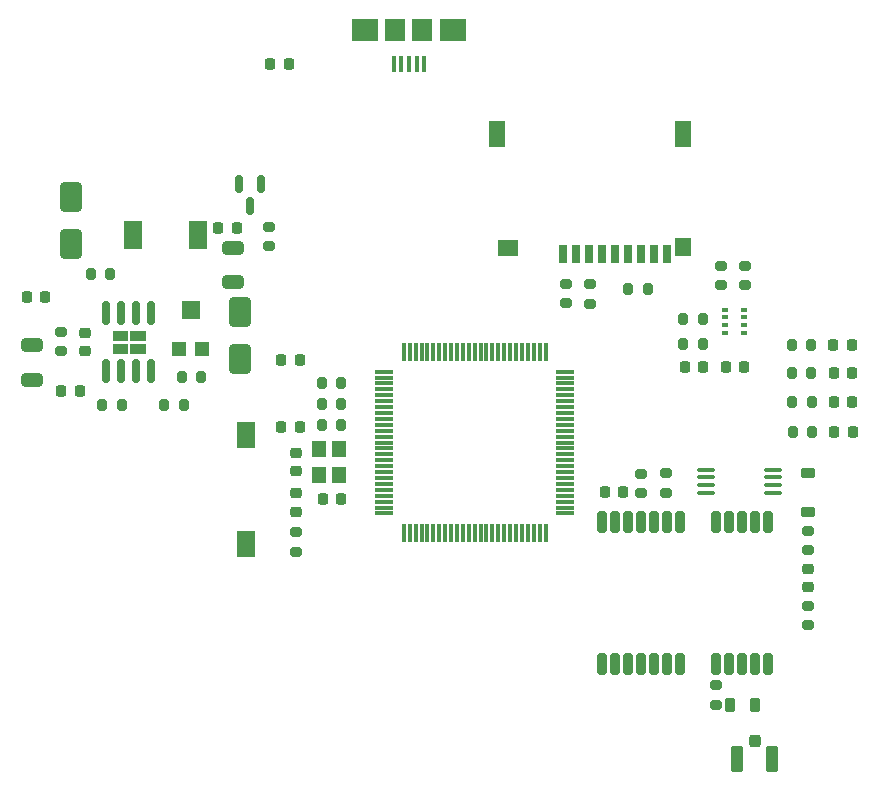
<source format=gtp>
G04 #@! TF.GenerationSoftware,KiCad,Pcbnew,8.0.5*
G04 #@! TF.CreationDate,2024-11-26T16:03:35+07:00*
G04 #@! TF.ProjectId,probe06-ivy,70726f62-6530-4362-9d69-76792e6b6963,1*
G04 #@! TF.SameCoordinates,Original*
G04 #@! TF.FileFunction,Paste,Top*
G04 #@! TF.FilePolarity,Positive*
%FSLAX46Y46*%
G04 Gerber Fmt 4.6, Leading zero omitted, Abs format (unit mm)*
G04 Created by KiCad (PCBNEW 8.0.5) date 2024-11-26 16:03:35*
%MOMM*%
%LPD*%
G01*
G04 APERTURE LIST*
G04 Aperture macros list*
%AMRoundRect*
0 Rectangle with rounded corners*
0 $1 Rounding radius*
0 $2 $3 $4 $5 $6 $7 $8 $9 X,Y pos of 4 corners*
0 Add a 4 corners polygon primitive as box body*
4,1,4,$2,$3,$4,$5,$6,$7,$8,$9,$2,$3,0*
0 Add four circle primitives for the rounded corners*
1,1,$1+$1,$2,$3*
1,1,$1+$1,$4,$5*
1,1,$1+$1,$6,$7*
1,1,$1+$1,$8,$9*
0 Add four rect primitives between the rounded corners*
20,1,$1+$1,$2,$3,$4,$5,0*
20,1,$1+$1,$4,$5,$6,$7,0*
20,1,$1+$1,$6,$7,$8,$9,0*
20,1,$1+$1,$8,$9,$2,$3,0*%
G04 Aperture macros list end*
%ADD10C,0.010000*%
%ADD11RoundRect,0.218750X-0.256250X0.218750X-0.256250X-0.218750X0.256250X-0.218750X0.256250X0.218750X0*%
%ADD12RoundRect,0.218750X0.218750X0.256250X-0.218750X0.256250X-0.218750X-0.256250X0.218750X-0.256250X0*%
%ADD13R,0.400000X1.400000*%
%ADD14R,2.300000X1.900000*%
%ADD15R,1.800000X1.900000*%
%ADD16RoundRect,0.200000X-0.200000X-0.275000X0.200000X-0.275000X0.200000X0.275000X-0.200000X0.275000X0*%
%ADD17RoundRect,0.218750X-0.218750X-0.381250X0.218750X-0.381250X0.218750X0.381250X-0.218750X0.381250X0*%
%ADD18RoundRect,0.225000X0.225000X0.250000X-0.225000X0.250000X-0.225000X-0.250000X0.225000X-0.250000X0*%
%ADD19RoundRect,0.150000X-0.150000X0.587500X-0.150000X-0.587500X0.150000X-0.587500X0.150000X0.587500X0*%
%ADD20RoundRect,0.250000X-0.650000X0.325000X-0.650000X-0.325000X0.650000X-0.325000X0.650000X0.325000X0*%
%ADD21RoundRect,0.225000X-0.250000X0.225000X-0.250000X-0.225000X0.250000X-0.225000X0.250000X0.225000X0*%
%ADD22RoundRect,0.250000X0.650000X-1.000000X0.650000X1.000000X-0.650000X1.000000X-0.650000X-1.000000X0*%
%ADD23RoundRect,0.200000X-0.275000X0.200000X-0.275000X-0.200000X0.275000X-0.200000X0.275000X0.200000X0*%
%ADD24RoundRect,0.200000X0.200000X0.275000X-0.200000X0.275000X-0.200000X-0.275000X0.200000X-0.275000X0*%
%ADD25RoundRect,0.100000X0.637500X0.100000X-0.637500X0.100000X-0.637500X-0.100000X0.637500X-0.100000X0*%
%ADD26RoundRect,0.200000X0.200000X-0.700000X0.200000X0.700000X-0.200000X0.700000X-0.200000X-0.700000X0*%
%ADD27R,1.500000X2.400000*%
%ADD28RoundRect,0.200000X0.275000X-0.200000X0.275000X0.200000X-0.275000X0.200000X-0.275000X-0.200000X0*%
%ADD29R,1.200000X1.200000*%
%ADD30R,1.600000X1.500000*%
%ADD31RoundRect,0.250000X0.650000X-0.325000X0.650000X0.325000X-0.650000X0.325000X-0.650000X-0.325000X0*%
%ADD32RoundRect,0.225000X-0.225000X-0.250000X0.225000X-0.250000X0.225000X0.250000X-0.225000X0.250000X0*%
%ADD33RoundRect,0.225000X0.375000X-0.225000X0.375000X0.225000X-0.375000X0.225000X-0.375000X-0.225000X0*%
%ADD34R,0.700000X1.600000*%
%ADD35R,1.400000X1.600000*%
%ADD36R,1.400000X2.200000*%
%ADD37R,1.800000X1.400000*%
%ADD38R,1.600000X2.180000*%
%ADD39RoundRect,0.162000X0.138000X-0.823000X0.138000X0.823000X-0.138000X0.823000X-0.138000X-0.823000X0*%
%ADD40RoundRect,0.250000X-0.250000X0.275000X-0.250000X-0.275000X0.250000X-0.275000X0.250000X0.275000X0*%
%ADD41RoundRect,0.250000X-0.275000X0.850000X-0.275000X-0.850000X0.275000X-0.850000X0.275000X0.850000X0*%
%ADD42R,1.200000X1.400000*%
%ADD43RoundRect,0.218750X-0.218750X-0.256250X0.218750X-0.256250X0.218750X0.256250X-0.218750X0.256250X0*%
%ADD44RoundRect,0.075000X-0.725000X-0.075000X0.725000X-0.075000X0.725000X0.075000X-0.725000X0.075000X0*%
%ADD45RoundRect,0.075000X-0.075000X-0.725000X0.075000X-0.725000X0.075000X0.725000X-0.075000X0.725000X0*%
%ADD46R,0.500000X0.350000*%
%ADD47RoundRect,0.225000X0.250000X-0.225000X0.250000X0.225000X-0.250000X0.225000X-0.250000X-0.225000X0*%
G04 APERTURE END LIST*
D10*
X122100287Y-91510387D02*
X120860700Y-91510387D01*
X120860700Y-90710800D01*
X122100287Y-90710800D01*
X122100287Y-91510387D01*
G36*
X122100287Y-91510387D02*
G01*
X120860700Y-91510387D01*
X120860700Y-90710800D01*
X122100287Y-90710800D01*
X122100287Y-91510387D01*
G37*
X122100409Y-92582819D02*
X120860700Y-92582819D01*
X120860700Y-91780800D01*
X122100409Y-91780800D01*
X122100409Y-92582819D01*
G36*
X122100409Y-92582819D02*
G01*
X120860700Y-92582819D01*
X120860700Y-91780800D01*
X122100409Y-91780800D01*
X122100409Y-92582819D01*
G37*
X123612840Y-91510591D02*
X122370700Y-91510591D01*
X122370700Y-90710800D01*
X123612840Y-90710800D01*
X123612840Y-91510591D01*
G36*
X123612840Y-91510591D02*
G01*
X122370700Y-91510591D01*
X122370700Y-90710800D01*
X123612840Y-90710800D01*
X123612840Y-91510591D01*
G37*
X123614040Y-92583072D02*
X122370700Y-92583072D01*
X122370700Y-91780800D01*
X123614040Y-91780800D01*
X123614040Y-92583072D01*
G36*
X123614040Y-92583072D02*
G01*
X122370700Y-92583072D01*
X122370700Y-91780800D01*
X123614040Y-91780800D01*
X123614040Y-92583072D01*
G37*
D11*
X179760000Y-110860000D03*
X179760000Y-112435000D03*
D12*
X183500000Y-94280000D03*
X181925000Y-94280000D03*
D13*
X147250000Y-68110000D03*
X146600000Y-68110000D03*
X145950000Y-68110000D03*
X145300000Y-68110000D03*
X144650000Y-68110000D03*
D14*
X149700000Y-65260000D03*
D15*
X147100000Y-65260000D03*
X144800000Y-65260000D03*
D14*
X142200000Y-65260000D03*
D16*
X169195000Y-91802500D03*
X170845000Y-91802500D03*
D17*
X173115000Y-122347500D03*
X175240000Y-122347500D03*
D18*
X115172500Y-87825000D03*
X113622500Y-87825000D03*
D19*
X133462500Y-78300000D03*
X131562500Y-78300000D03*
X132512500Y-80175000D03*
D20*
X114004300Y-91919200D03*
X114004300Y-94869200D03*
D16*
X169175000Y-89672500D03*
X170825000Y-89672500D03*
D21*
X136425000Y-101055000D03*
X136425000Y-102605000D03*
D22*
X117352500Y-83375000D03*
X117352500Y-79375000D03*
D23*
X179740000Y-113990000D03*
X179740000Y-115640000D03*
D24*
X180020000Y-94290000D03*
X178370000Y-94290000D03*
D23*
X165620000Y-102787500D03*
X165620000Y-104437500D03*
D21*
X118512500Y-90875000D03*
X118512500Y-92425000D03*
D25*
X176800000Y-104417500D03*
X176800000Y-103767500D03*
X176800000Y-103117500D03*
X176800000Y-102467500D03*
X171075000Y-102467500D03*
X171075000Y-103117500D03*
X171075000Y-103767500D03*
X171075000Y-104417500D03*
D26*
X162320000Y-118877500D03*
X163420000Y-118877500D03*
X164520000Y-118877500D03*
X165620000Y-118877500D03*
X166720000Y-118877500D03*
X167820000Y-118877500D03*
X168920000Y-118877500D03*
X171920000Y-118877500D03*
X173020000Y-118877500D03*
X174120000Y-118877500D03*
X175220000Y-118877500D03*
X176320000Y-118877500D03*
X176320000Y-106877500D03*
X175220000Y-106877500D03*
X174120000Y-106877500D03*
X173020000Y-106877500D03*
X171920000Y-106877500D03*
X168920000Y-106877500D03*
X167820000Y-106877500D03*
X166720000Y-106877500D03*
X165620000Y-106877500D03*
X164520000Y-106877500D03*
X163420000Y-106877500D03*
X162320000Y-106877500D03*
D16*
X119987500Y-97005000D03*
X121637500Y-97005000D03*
D27*
X122592500Y-82595000D03*
X128092500Y-82595000D03*
D18*
X140205000Y-104925000D03*
X138655000Y-104925000D03*
D28*
X136405000Y-109415000D03*
X136405000Y-107765000D03*
D24*
X120667500Y-85905000D03*
X119017500Y-85905000D03*
D12*
X183530000Y-99270000D03*
X181955000Y-99270000D03*
D29*
X126462500Y-92215000D03*
D30*
X127462500Y-88965000D03*
D29*
X128462500Y-92215000D03*
D24*
X166170000Y-87170000D03*
X164520000Y-87170000D03*
D31*
X131052500Y-86605000D03*
X131052500Y-83655000D03*
D24*
X140245000Y-95155000D03*
X138595000Y-95155000D03*
D23*
X159220000Y-86740000D03*
X159220000Y-88390000D03*
D18*
X164120000Y-104360000D03*
X162570000Y-104360000D03*
D32*
X169302500Y-93800000D03*
X170852500Y-93800000D03*
D24*
X128382500Y-94655000D03*
X126732500Y-94655000D03*
D33*
X179740000Y-106057500D03*
X179740000Y-102757500D03*
D16*
X138595000Y-98675000D03*
X140245000Y-98675000D03*
D34*
X159022500Y-84175000D03*
X160122500Y-84175000D03*
X161222500Y-84175000D03*
X162322500Y-84175000D03*
X163422500Y-84175000D03*
X164522500Y-84175000D03*
X165622500Y-84175000D03*
X166722500Y-84175000D03*
X167822500Y-84175000D03*
D35*
X169122500Y-83575000D03*
D36*
X169122500Y-74075000D03*
X153422500Y-74075000D03*
D37*
X154322500Y-83675000D03*
D18*
X136705000Y-98885000D03*
X135155000Y-98885000D03*
X174325000Y-93792500D03*
X172775000Y-93792500D03*
D38*
X132185000Y-99535000D03*
X132185000Y-108715000D03*
D23*
X179740000Y-107647500D03*
X179740000Y-109297500D03*
D39*
X120330700Y-94120800D03*
X121600700Y-94120800D03*
X122870700Y-94120800D03*
X124140700Y-94120800D03*
X124140700Y-89170800D03*
X122870700Y-89170800D03*
X121600700Y-89170800D03*
X120330700Y-89170800D03*
D24*
X180040000Y-96700000D03*
X178390000Y-96700000D03*
D12*
X183475000Y-91870000D03*
X181900000Y-91870000D03*
D16*
X125257500Y-97005000D03*
X126907500Y-97005000D03*
D40*
X175240000Y-125447500D03*
D41*
X176715000Y-126972500D03*
X173765000Y-126972500D03*
D23*
X134100000Y-81890000D03*
X134100000Y-83540000D03*
D42*
X140072000Y-102926800D03*
X140072000Y-100726800D03*
X138372000Y-100726800D03*
X138372000Y-102926800D03*
D23*
X174402500Y-85175000D03*
X174402500Y-86825000D03*
X161250000Y-86750000D03*
X161250000Y-88400000D03*
D24*
X180025000Y-91880000D03*
X178375000Y-91880000D03*
X180090000Y-99270000D03*
X178440000Y-99270000D03*
D43*
X134185000Y-68130000D03*
X135760000Y-68130000D03*
D22*
X131612500Y-93075000D03*
X131612500Y-89075000D03*
D12*
X183507500Y-96690000D03*
X181932500Y-96690000D03*
D23*
X172402500Y-85180000D03*
X172402500Y-86830000D03*
D18*
X136705000Y-93145000D03*
X135155000Y-93145000D03*
D44*
X143845000Y-94165000D03*
X143845000Y-94665000D03*
X143845000Y-95165000D03*
X143845000Y-95665000D03*
X143845000Y-96165000D03*
X143845000Y-96665000D03*
X143845000Y-97165000D03*
X143845000Y-97665000D03*
X143845000Y-98165000D03*
X143845000Y-98665000D03*
X143845000Y-99165000D03*
X143845000Y-99665000D03*
X143845000Y-100165000D03*
X143845000Y-100665000D03*
X143845000Y-101165000D03*
X143845000Y-101665000D03*
X143845000Y-102165000D03*
X143845000Y-102665000D03*
X143845000Y-103165000D03*
X143845000Y-103665000D03*
X143845000Y-104165000D03*
X143845000Y-104665000D03*
X143845000Y-105165000D03*
X143845000Y-105665000D03*
X143845000Y-106165000D03*
D45*
X145520000Y-107840000D03*
X146020000Y-107840000D03*
X146520000Y-107840000D03*
X147020000Y-107840000D03*
X147520000Y-107840000D03*
X148020000Y-107840000D03*
X148520000Y-107840000D03*
X149020000Y-107840000D03*
X149520000Y-107840000D03*
X150020000Y-107840000D03*
X150520000Y-107840000D03*
X151020000Y-107840000D03*
X151520000Y-107840000D03*
X152020000Y-107840000D03*
X152520000Y-107840000D03*
X153020000Y-107840000D03*
X153520000Y-107840000D03*
X154020000Y-107840000D03*
X154520000Y-107840000D03*
X155020000Y-107840000D03*
X155520000Y-107840000D03*
X156020000Y-107840000D03*
X156520000Y-107840000D03*
X157020000Y-107840000D03*
X157520000Y-107840000D03*
D44*
X159195000Y-106165000D03*
X159195000Y-105665000D03*
X159195000Y-105165000D03*
X159195000Y-104665000D03*
X159195000Y-104165000D03*
X159195000Y-103665000D03*
X159195000Y-103165000D03*
X159195000Y-102665000D03*
X159195000Y-102165000D03*
X159195000Y-101665000D03*
X159195000Y-101165000D03*
X159195000Y-100665000D03*
X159195000Y-100165000D03*
X159195000Y-99665000D03*
X159195000Y-99165000D03*
X159195000Y-98665000D03*
X159195000Y-98165000D03*
X159195000Y-97665000D03*
X159195000Y-97165000D03*
X159195000Y-96665000D03*
X159195000Y-96165000D03*
X159195000Y-95665000D03*
X159195000Y-95165000D03*
X159195000Y-94665000D03*
X159195000Y-94165000D03*
D45*
X157520000Y-92490000D03*
X157020000Y-92490000D03*
X156520000Y-92490000D03*
X156020000Y-92490000D03*
X155520000Y-92490000D03*
X155020000Y-92490000D03*
X154520000Y-92490000D03*
X154020000Y-92490000D03*
X153520000Y-92490000D03*
X153020000Y-92490000D03*
X152520000Y-92490000D03*
X152020000Y-92490000D03*
X151520000Y-92490000D03*
X151020000Y-92490000D03*
X150520000Y-92490000D03*
X150020000Y-92490000D03*
X149520000Y-92490000D03*
X149020000Y-92490000D03*
X148520000Y-92490000D03*
X148020000Y-92490000D03*
X147520000Y-92490000D03*
X147020000Y-92490000D03*
X146520000Y-92490000D03*
X146020000Y-92490000D03*
X145520000Y-92490000D03*
D23*
X171920000Y-120717500D03*
X171920000Y-122367500D03*
D24*
X140245000Y-96905000D03*
X138595000Y-96905000D03*
D32*
X129830000Y-82010000D03*
X131380000Y-82010000D03*
D46*
X172722500Y-90855000D03*
X172722500Y-90205000D03*
X172722500Y-89555000D03*
X172722500Y-88905000D03*
X174322500Y-88905000D03*
X174322500Y-89555000D03*
X174322500Y-90205000D03*
X174322500Y-90855000D03*
D23*
X167700000Y-102777500D03*
X167700000Y-104427500D03*
D47*
X136395000Y-106025000D03*
X136395000Y-104475000D03*
D18*
X118077500Y-95795000D03*
X116527500Y-95795000D03*
D28*
X116512500Y-92445000D03*
X116512500Y-90795000D03*
M02*

</source>
